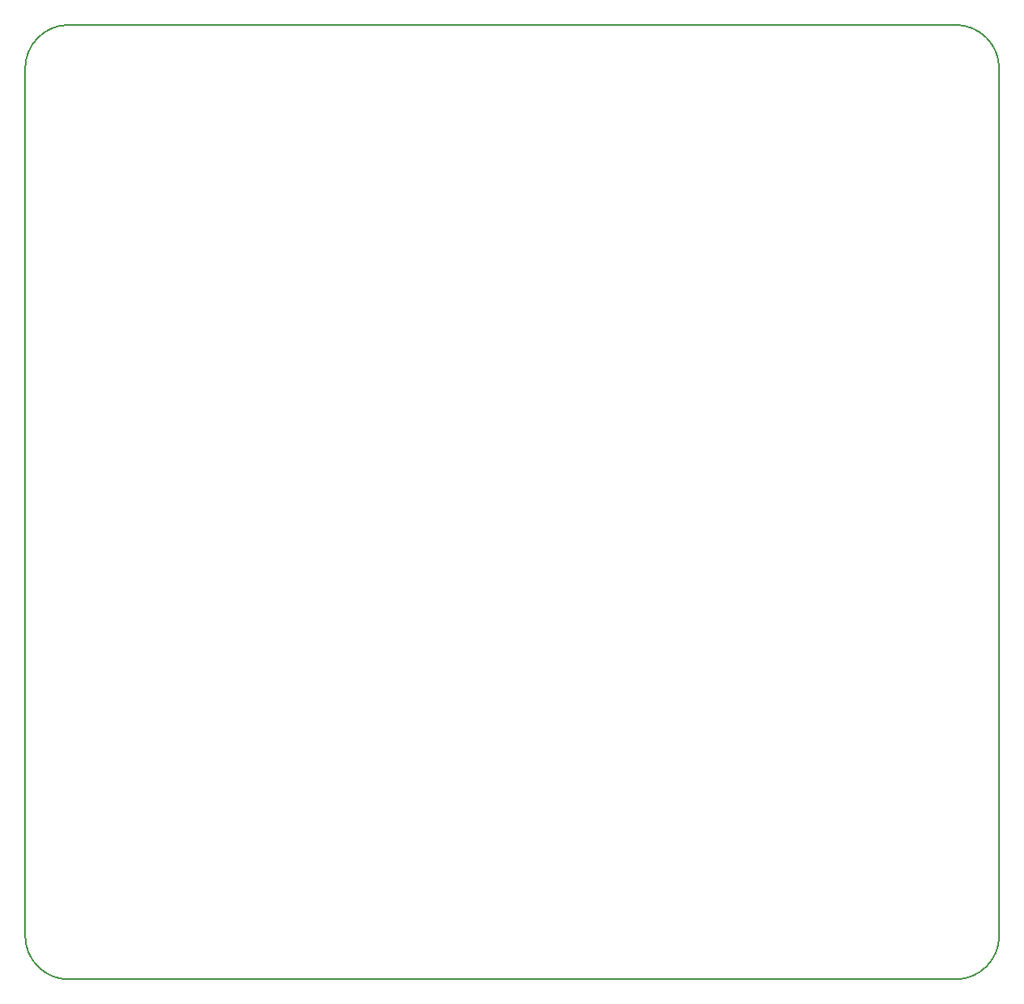
<source format=gm1>
G04 #@! TF.FileFunction,Profile,NP*
%FSLAX46Y46*%
G04 Gerber Fmt 4.6, Leading zero omitted, Abs format (unit mm)*
G04 Created by KiCad (PCBNEW 4.0.7) date 11/08/19 19:34:30*
%MOMM*%
%LPD*%
G01*
G04 APERTURE LIST*
%ADD10C,0.100000*%
%ADD11C,0.150000*%
G04 APERTURE END LIST*
D10*
D11*
X202565000Y-133985000D02*
X112395000Y-133985000D01*
X207010000Y-41275000D02*
X207010000Y-129540000D01*
X107950000Y-129540000D02*
X107950000Y-41275000D01*
X202565000Y-133985000D02*
G75*
G03X207010000Y-129540000I0J4445000D01*
G01*
X107950000Y-129540000D02*
G75*
G03X112395000Y-133985000I4445000J0D01*
G01*
X112395000Y-36830000D02*
X202565000Y-36830000D01*
X112395000Y-36830000D02*
G75*
G03X107950000Y-41275000I0J-4445000D01*
G01*
X207010000Y-41275000D02*
G75*
G03X202565000Y-36830000I-4445000J0D01*
G01*
M02*

</source>
